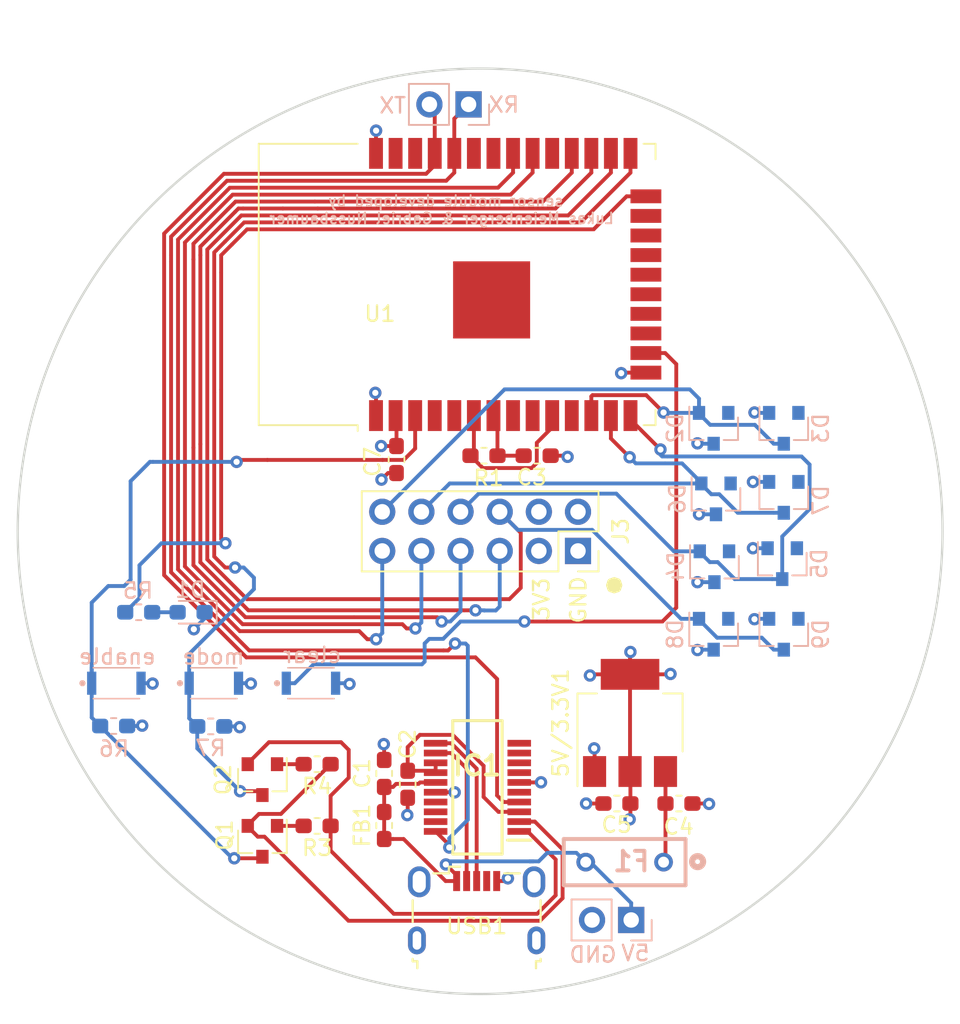
<source format=kicad_pcb>
(kicad_pcb (version 20171130) (host pcbnew "(5.1.4)-1")
  (title_block (title Sensorbaustein) (date 2019-10-19) (rev 1.7))
  (layers (0 F.Cu signal) (1 In1.Cu power hide) (2 In2.Cu power hide) (31 B.Cu signal) (34 B.Paste user) (35 F.Paste user) (36 B.SilkS user) (37 F.SilkS user) (38 B.Mask user) (39 F.Mask user) (44 Edge.Cuts user))
  (net 0 "")
  (net 1 +3V3)
  (net 2 VBUS)
  (net 3 D-)
  (net 4 D+)
  (net 5 GPIO_15)
  (net 6 GPIO_2)
  (net 7 CHIP_PU)
  (net 8 RTS)
  (net 9 "Net-(Q1-Pad1)")
  (net 10 "Net-(Q2-Pad1)")
  (net 11 DTR)
  (net 12 GPIO_0)
  (net 13 SysReset)
  (net 14 "Net-(USB1-Pad4)")
  (net 15 LED1)
  (net 16 LED2)
  (net 17 touch1)
  (net 18 touch2)
  (net 19 touch3)
  (net 20 touch4)
  (net 21 LED4)
  (net 22 LED3)
  (net 23 /5V_2)
  (net 24 ntc)
  (net 25 "Net-(D1-Pad2)")
  (net 26 "Net-(U1-Pad37)")
  (net 27 "Net-(U1-Pad36)")
  (net 28 "Net-(U1-Pad33)")
  (net 29 "Net-(U1-Pad32)")
  (net 30 "Net-(U1-Pad29)")
  (net 31 "Net-(U1-Pad22)")
  (net 32 "Net-(U1-Pad21)")
  (net 33 "Net-(U1-Pad20)")
  (net 34 "Net-(U1-Pad19)")
  (net 35 "Net-(U1-Pad18)")
  (net 36 "Net-(U1-Pad17)")
  (net 37 "Net-(U1-Pad11)")
  (net 38 "Net-(U1-Pad5)")
  (net 39 "Net-(U1-Pad4)")
  (net 40 GND)
  (net 41 FTDI_3.3)
  (net 42 "Net-(IC1-Pad19)")
  (net 43 "Net-(IC1-Pad18)")
  (net 44 "Net-(IC1-Pad17)")
  (net 45 "Net-(IC1-Pad10)")
  (net 46 "Net-(IC1-Pad9)")
  (net 47 "Net-(IC1-Pad8)")
  (net 48 "Net-(IC1-Pad7)")
  (net 49 "Net-(IC1-Pad5)")
  (net 50 ntcf)
  (net 51 ntck)
  (net 52 "Net-(U1-Pad9)")
  (net 53 "Net-(U1-Pad8)")
  (net 54 RX)
  (net 55 TX)
  (module FT231XS-U:SOP64P599X175-20N (layer F.Cu) (at 139.825 121.6 180)
    (fp_text reference IC1 (at 0.025 1.4) (layer F.SilkS) (effects (font (size 1.27 1.27) (thickness 0.254))))
    (fp_text value FT231XS-U hide)
    (pad 20 smd rect (at 2.712 -2.858 270) (size 0.435 1.526) (layers F.Cu F.Paste F.Mask) (net 54 RX))
    (pad 19 smd rect (at 2.712 -2.222 270) (size 0.435 1.526) (layers F.Cu F.Paste F.Mask) (net 42 "Net-(IC1-Pad19)"))
    (pad 18 smd rect (at 2.712 -1.588 270) (size 0.435 1.526) (layers F.Cu F.Paste F.Mask) (net 43 "Net-(IC1-Pad18)"))
    (pad 17 smd rect (at 2.712 -0.952 270) (size 0.435 1.526) (layers F.Cu F.Paste F.Mask) (net 44 "Net-(IC1-Pad17)"))
    (pad 16 smd rect (at 2.712 -0.318 270) (size 0.435 1.526) (layers F.Cu F.Paste F.Mask) (net 40 GND))
    (pad 15 smd rect (at 2.712 0.318 270) (size 0.435 1.526) (layers F.Cu F.Paste F.Mask) (net 2 VBUS))
    (pad 14 smd rect (at 2.712 0.952 270) (size 0.435 1.526) (layers F.Cu F.Paste F.Mask) (net 41 FTDI_3.3))
    (pad 13 smd rect (at 2.712 1.588 270) (size 0.435 1.526) (layers F.Cu F.Paste F.Mask) (net 41 FTDI_3.3))
    (pad 12 smd rect (at 2.712 2.222 270) (size 0.435 1.526) (layers F.Cu F.Paste F.Mask) (net 3 D-))
    (pad 11 smd rect (at 2.712 2.858 270) (size 0.435 1.526) (layers F.Cu F.Paste F.Mask) (net 4 D+))
    (pad 10 smd rect (at -2.712 2.858 270) (size 0.435 1.526) (layers F.Cu F.Paste F.Mask) (net 45 "Net-(IC1-Pad10)"))
    (pad 9 smd rect (at -2.712 2.222 270) (size 0.435 1.526) (layers F.Cu F.Paste F.Mask) (net 46 "Net-(IC1-Pad9)"))
    (pad 8 smd rect (at -2.712 1.588 270) (size 0.435 1.526) (layers F.Cu F.Paste F.Mask) (net 47 "Net-(IC1-Pad8)"))
    (pad 7 smd rect (at -2.712 0.952 270) (size 0.435 1.526) (layers F.Cu F.Paste F.Mask) (net 48 "Net-(IC1-Pad7)"))
    (pad 6 smd rect (at -2.712 0.318 270) (size 0.435 1.526) (layers F.Cu F.Paste F.Mask) (net 40 GND))
    (pad 5 smd rect (at -2.712 -0.318 270) (size 0.435 1.526) (layers F.Cu F.Paste F.Mask) (net 49 "Net-(IC1-Pad5)"))
    (pad 4 smd rect (at -2.712 -0.952 270) (size 0.435 1.526) (layers F.Cu F.Paste F.Mask) (net 55 TX))
    (pad 3 smd rect (at -2.712 -1.588 270) (size 0.435 1.526) (layers F.Cu F.Paste F.Mask) (net 41 FTDI_3.3))
    (pad 2 smd rect (at -2.712 -2.222 270) (size 0.435 1.526) (layers F.Cu F.Paste F.Mask) (net 8 RTS))
    (pad 1 smd rect (at -2.712 -2.858 270) (size 0.435 1.526) (layers F.Cu F.Paste F.Mask) (net 11 DTR))
  )
  (module LED_SMD:LED_0603_1608Metric_Pad1.05x0.95mm_HandSolder (layer B.Cu) (at 121.25 110.25 180)
    (fp_text reference D1 (at 0.05 1.45) (layer B.SilkS) (effects (justify mirror)))
    (fp_text value 150060BS55040)
    (pad 1 smd roundrect (at -0.875 0 180) (size 1.05 0.95) (layers B.Cu B.Paste B.Mask) (net 40 GND))
    (pad 2 smd roundrect (at 0.875 0 180) (size 1.05 0.95) (layers B.Cu B.Paste B.Mask) (net 25 "Net-(D1-Pad2)"))
  )
  (module Resistor_SMD:R_0603_1608Metric_Pad1.05x0.95mm_HandSolder (layer B.Cu) (at 117.85 110.25 180)
    (fp_text reference R5 (at 0.05 1.4) (layer B.SilkS) (effects (justify mirror)))
    (fp_text value 220)
    (pad 1 smd roundrect (at -0.875 0 180) (size 1.05 0.95) (layers B.Cu B.Paste B.Mask) (net 25 "Net-(D1-Pad2)"))
    (pad 2 smd roundrect (at 0.875 0 180) (size 1.05 0.95) (layers B.Cu B.Paste B.Mask) (net 6 GPIO_2))
  )
  (module Connector_USB:USB_Micro-B_Wuerth_629105150521 (layer F.Cu) (at 139.775 129.575)
    (fp_text reference USB1 (at 0 1.025 180) (layer F.SilkS))
    (fp_text value USB_B_Micro)
    (pad 1 smd rect (at -1.3 -1.9) (size 0.45 1.3) (layers F.Cu F.Paste F.Mask) (net 2 VBUS))
    (pad 2 smd rect (at -0.65 -1.9) (size 0.45 1.3) (layers F.Cu F.Paste F.Mask) (net 3 D-))
    (pad 3 smd rect (at 0 -1.9) (size 0.45 1.3) (layers F.Cu F.Paste F.Mask) (net 4 D+))
    (pad 4 smd rect (at 0.65 -1.9) (size 0.45 1.3) (layers F.Cu F.Paste F.Mask) (net 14 "Net-(USB1-Pad4)"))
    (pad 5 smd rect (at 1.3 -1.9) (size 0.45 1.3) (layers F.Cu F.Paste F.Mask) (net 40 GND))
    (pad 6 thru_hole oval (at -3.725 -1.85) (size 1.45 2) (drill oval 0.85 1.4) (layers *.Cu *.Mask) (net 40 GND))
    (pad 6 thru_hole oval (at 3.725 -1.85) (size 1.45 2) (drill oval 0.85 1.4) (layers *.Cu *.Mask) (net 40 GND))
    (pad 6 thru_hole oval (at -3.875 1.95) (size 1.15 1.8) (drill oval 0.55 1.2) (layers *.Cu *.Mask) (net 40 GND))
    (pad 6 thru_hole oval (at 3.875 1.95) (size 1.15 1.8) (drill oval 0.55 1.2) (layers *.Cu *.Mask) (net 40 GND))
    (pad "" np_thru_hole oval (at -2.5 -0.8) (size 0.8 0.8) (drill 0.8) (layers *.Cu *.Mask))
    (pad "" np_thru_hole oval (at 2.5 -0.8) (size 0.8 0.8) (drill 0.8) (layers *.Cu *.Mask))
  )
  (module Resistor_SMD:R_0603_1608Metric_Pad1.05x0.95mm_HandSolder (layer F.Cu) (at 140.25 100.1)
    (fp_text reference R1 (at 0.3 1.45) (layer F.SilkS))
    (fp_text value 100k)
    (pad 1 smd roundrect (at -0.875 0) (size 1.05 0.95) (layers F.Cu F.Paste F.Mask) (net 51 ntck))
    (pad 2 smd roundrect (at 0.875 0) (size 1.05 0.95) (layers F.Cu F.Paste F.Mask) (net 24 ntc))
  )
  (module RF_Module:ESP32-WROOM-32 (layer F.Cu) (at 141.5 89 90)
    (fp_text reference U1 (at -1.9 -8) (layer F.SilkS))
    (fp_text value ESP32-WROOM-32)
    (pad 38 smd rect (at 8.5 -8.255 90) (size 2 0.9) (layers F.Cu F.Paste F.Mask) (net 40 GND))
    (pad 37 smd rect (at 8.5 -6.985 90) (size 2 0.9) (layers F.Cu F.Paste F.Mask) (net 26 "Net-(U1-Pad37)"))
    (pad 36 smd rect (at 8.5 -5.715 90) (size 2 0.9) (layers F.Cu F.Paste F.Mask) (net 27 "Net-(U1-Pad36)"))
    (pad 35 smd rect (at 8.5 -4.445 90) (size 2 0.9) (layers F.Cu F.Paste F.Mask) (net 55 TX))
    (pad 34 smd rect (at 8.5 -3.175 90) (size 2 0.9) (layers F.Cu F.Paste F.Mask) (net 54 RX))
    (pad 33 smd rect (at 8.5 -1.905 90) (size 2 0.9) (layers F.Cu F.Paste F.Mask) (net 28 "Net-(U1-Pad33)"))
    (pad 32 smd rect (at 8.5 -0.635 90) (size 2 0.9) (layers F.Cu F.Paste F.Mask) (net 29 "Net-(U1-Pad32)"))
    (pad 31 smd rect (at 8.5 0.635 90) (size 2 0.9) (layers F.Cu F.Paste F.Mask) (net 21 LED4))
    (pad 30 smd rect (at 8.5 1.905 90) (size 2 0.9) (layers F.Cu F.Paste F.Mask) (net 22 LED3))
    (pad 29 smd rect (at 8.5 3.175 90) (size 2 0.9) (layers F.Cu F.Paste F.Mask) (net 30 "Net-(U1-Pad29)"))
    (pad 28 smd rect (at 8.5 4.445 90) (size 2 0.9) (layers F.Cu F.Paste F.Mask) (net 16 LED2))
    (pad 27 smd rect (at 8.5 5.715 90) (size 2 0.9) (layers F.Cu F.Paste F.Mask) (net 15 LED1))
    (pad 26 smd rect (at 8.5 6.985 90) (size 2 0.9) (layers F.Cu F.Paste F.Mask) (net 17 touch1))
    (pad 25 smd rect (at 8.5 8.255 90) (size 2 0.9) (layers F.Cu F.Paste F.Mask) (net 12 GPIO_0))
    (pad 24 smd rect (at 5.715 9.255 180) (size 2 0.9) (layers F.Cu F.Paste F.Mask) (net 6 GPIO_2))
    (pad 23 smd rect (at 4.445 9.255 180) (size 2 0.9) (layers F.Cu F.Paste F.Mask) (net 5 GPIO_15))
    (pad 22 smd rect (at 3.175 9.255 180) (size 2 0.9) (layers F.Cu F.Paste F.Mask) (net 31 "Net-(U1-Pad22)"))
    (pad 21 smd rect (at 1.905 9.255 180) (size 2 0.9) (layers F.Cu F.Paste F.Mask) (net 32 "Net-(U1-Pad21)"))
    (pad 20 smd rect (at 0.635 9.255 180) (size 2 0.9) (layers F.Cu F.Paste F.Mask) (net 33 "Net-(U1-Pad20)"))
    (pad 19 smd rect (at -0.635 9.255 180) (size 2 0.9) (layers F.Cu F.Paste F.Mask) (net 34 "Net-(U1-Pad19)"))
    (pad 18 smd rect (at -1.905 9.255 180) (size 2 0.9) (layers F.Cu F.Paste F.Mask) (net 35 "Net-(U1-Pad18)"))
    (pad 17 smd rect (at -3.175 9.255 180) (size 2 0.9) (layers F.Cu F.Paste F.Mask) (net 36 "Net-(U1-Pad17)"))
    (pad 16 smd rect (at -4.445 9.255 180) (size 2 0.9) (layers F.Cu F.Paste F.Mask) (net 13 SysReset))
    (pad 15 smd rect (at -5.715 9.255 180) (size 2 0.9) (layers F.Cu F.Paste F.Mask) (net 40 GND))
    (pad 14 smd rect (at -8.5 8.255 90) (size 2 0.9) (layers F.Cu F.Paste F.Mask) (net 18 touch2))
    (pad 13 smd rect (at -8.5 6.985 90) (size 2 0.9) (layers F.Cu F.Paste F.Mask) (net 19 touch3))
    (pad 12 smd rect (at -8.5 5.715 90) (size 2 0.9) (layers F.Cu F.Paste F.Mask) (net 20 touch4))
    (pad 11 smd rect (at -8.5 4.445 90) (size 2 0.9) (layers F.Cu F.Paste F.Mask) (net 37 "Net-(U1-Pad11)"))
    (pad 10 smd rect (at -8.5 3.175 90) (size 2 0.9) (layers F.Cu F.Paste F.Mask) (net 51 ntck))
    (pad 9 smd rect (at -8.5 1.905 90) (size 2 0.9) (layers F.Cu F.Paste F.Mask) (net 52 "Net-(U1-Pad9)"))
    (pad 8 smd rect (at -8.5 0.635 90) (size 2 0.9) (layers F.Cu F.Paste F.Mask) (net 53 "Net-(U1-Pad8)"))
    (pad 7 smd rect (at -8.5 -0.635 90) (size 2 0.9) (layers F.Cu F.Paste F.Mask) (net 24 ntc))
    (pad 6 smd rect (at -8.5 -1.905 90) (size 2 0.9) (layers F.Cu F.Paste F.Mask) (net 51 ntck))
    (pad 5 smd rect (at -8.5 -3.175 90) (size 2 0.9) (layers F.Cu F.Paste F.Mask) (net 38 "Net-(U1-Pad5)"))
    (pad 4 smd rect (at -8.5 -4.445 90) (size 2 0.9) (layers F.Cu F.Paste F.Mask) (net 39 "Net-(U1-Pad4)"))
    (pad 3 smd rect (at -8.5 -5.715 90) (size 2 0.9) (layers F.Cu F.Paste F.Mask) (net 7 CHIP_PU))
    (pad 2 smd rect (at -8.5 -6.985 90) (size 2 0.9) (layers F.Cu F.Paste F.Mask) (net 1 +3V3))
    (pad 1 smd rect (at -8.5 -8.255 90) (size 2 0.9) (layers F.Cu F.Paste F.Mask) (net 40 GND))
    (pad 39 smd rect (at -1 -0.755 90) (size 5 5) (layers F.Cu F.Paste F.Mask))
  )
  (module Package_TO_SOT_SMD:SOT-23 (layer F.Cu) (at 125.875 125.1 270)
    (fp_text reference Q1 (at -0.4 2.45 90) (layer F.SilkS))
    (fp_text value MMBT2222ALT1G)
    (pad 1 smd rect (at -1 -0.95 270) (size 0.9 0.8) (layers F.Cu F.Paste F.Mask) (net 9 "Net-(Q1-Pad1)"))
    (pad 2 smd rect (at -1 0.95 270) (size 0.9 0.8) (layers F.Cu F.Paste F.Mask) (net 8 RTS))
    (pad 3 smd rect (at 1 0 270) (size 0.9 0.8) (layers F.Cu F.Paste F.Mask) (net 7 CHIP_PU))
  )
  (module Package_TO_SOT_SMD:SOT-23 (layer F.Cu) (at 125.875 121.1 270)
    (fp_text reference Q2 (at 0 2.55 90) (layer F.SilkS))
    (fp_text value MMBT2222ALT1G)
    (pad 1 smd rect (at -1 -0.95 270) (size 0.9 0.8) (layers F.Cu F.Paste F.Mask) (net 10 "Net-(Q2-Pad1)"))
    (pad 2 smd rect (at -1 0.95 270) (size 0.9 0.8) (layers F.Cu F.Paste F.Mask) (net 11 DTR))
    (pad 3 smd rect (at 1 0 270) (size 0.9 0.8) (layers F.Cu F.Paste F.Mask) (net 12 GPIO_0))
  )
  (module Resistor_SMD:R_0603_1608Metric_Pad1.05x0.95mm_HandSolder (layer F.Cu) (at 129.425 124.1 180)
    (fp_text reference R3 (at 0 -1.43) (layer F.SilkS))
    (fp_text value 10k)
    (pad 1 smd roundrect (at -0.875 0 180) (size 1.05 0.95) (layers F.Cu F.Paste F.Mask) (net 11 DTR))
    (pad 2 smd roundrect (at 0.875 0 180) (size 1.05 0.95) (layers F.Cu F.Paste F.Mask) (net 9 "Net-(Q1-Pad1)"))
  )
  (module Resistor_SMD:R_0603_1608Metric_Pad1.05x0.95mm_HandSolder (layer F.Cu) (at 129.425 120.1 180)
    (fp_text reference R4 (at 0 -1.43) (layer F.SilkS))
    (fp_text value 10k)
    (pad 2 smd roundrect (at 0.875 0 180) (size 1.05 0.95) (layers F.Cu F.Paste F.Mask) (net 10 "Net-(Q2-Pad1)"))
    (pad 1 smd roundrect (at -0.875 0 180) (size 1.05 0.95) (layers F.Cu F.Paste F.Mask) (net 8 RTS))
  )
  (module Resistor_SMD:R_0603_1608Metric_Pad1.05x0.95mm_HandSolder (layer B.Cu) (at 116.225 117.625 180)
    (fp_text reference R6 (at -0.018019 -1.476372) (layer B.SilkS) (effects (justify mirror)))
    (fp_text value 10k)
    (pad 2 smd roundrect (at 0.875 0 180) (size 1.05 0.95) (layers B.Cu B.Paste B.Mask) (net 7 CHIP_PU))
    (pad 1 smd roundrect (at -0.875 0 180) (size 1.05 0.95) (layers B.Cu B.Paste B.Mask) (net 1 +3V3))
  )
  (module Resistor_SMD:R_0603_1608Metric_Pad1.05x0.95mm_HandSolder (layer B.Cu) (at 122.525 117.65 180)
    (fp_text reference R7 (at 0.023026 -1.407142) (layer B.SilkS) (effects (justify mirror)))
    (fp_text value 10k)
    (pad 2 smd roundrect (at 0.875 0 180) (size 1.05 0.95) (layers B.Cu B.Paste B.Mask) (net 12 GPIO_0))
    (pad 1 smd roundrect (at -0.875 0 180) (size 1.05 0.95) (layers B.Cu B.Paste B.Mask) (net 1 +3V3))
  )
  (module Capacitor_SMD:C_0603_1608Metric_Pad1.05x0.95mm_HandSolder (layer F.Cu) (at 134.575 100.35 270)
    (fp_text reference C7 (at 0.141421 1.555635 90) (layer F.SilkS))
    (fp_text value 10uF)
    (pad 2 smd roundrect (at 0.875 0 270) (size 1.05 0.95) (layers F.Cu F.Paste F.Mask) (net 40 GND))
    (pad 1 smd roundrect (at -0.875 0 270) (size 1.05 0.95) (layers F.Cu F.Paste F.Mask) (net 1 +3V3))
  )
  (module Capacitor_SMD:C_0603_1608Metric_Pad1.05x0.95mm_HandSolder (layer F.Cu) (at 135.3 121.4 270)
    (fp_text reference C2 (at -2.6 0 90) (layer F.SilkS))
    (fp_text value 100nF)
    (pad 1 smd roundrect (at -0.875 0 270) (size 1.05 0.95) (layers F.Cu F.Paste F.Mask) (net 41 FTDI_3.3))
    (pad 2 smd roundrect (at 0.875 0 270) (size 1.05 0.95) (layers F.Cu F.Paste F.Mask) (net 40 GND))
  )
  (module Connector_PinHeader_2.54mm:PinHeader_1x02_P2.54mm_Vertical (layer B.Cu) (at 149.8 130.2 90)
    (fp_text reference J1 hide)
    (fp_text value Conn_01x02_Male)
    (pad 1 thru_hole rect (at 0 0 90) (size 1.7 1.7) (drill 1) (layers *.Cu *.Mask) (net 2 VBUS))
    (pad 2 thru_hole oval (at 0 -2.54 90) (size 1.7 1.7) (drill 1) (layers *.Cu *.Mask) (net 40 GND))
  )
  (module Capacitor_SMD:C_0603_1608Metric_Pad1.05x0.95mm_HandSolder (layer F.Cu) (at 152.9 122.65)
    (fp_text reference C4 (at -0.025 1.5) (layer F.SilkS))
    (fp_text value 10uF)
    (pad 2 smd roundrect (at 0.875 0) (size 1.05 0.95) (layers F.Cu F.Paste F.Mask) (net 40 GND))
    (pad 1 smd roundrect (at -0.875 0) (size 1.05 0.95) (layers F.Cu F.Paste F.Mask) (net 23 /5V_2))
  )
  (module Capacitor_SMD:C_0603_1608Metric_Pad1.05x0.95mm_HandSolder (layer F.Cu) (at 148.875 122.65 180)
    (fp_text reference C5 (at 0.025 -1.375) (layer F.SilkS))
    (fp_text value 10uF)
    (pad 1 smd roundrect (at -0.875 0 180) (size 1.05 0.95) (layers F.Cu F.Paste F.Mask) (net 1 +3V3))
    (pad 2 smd roundrect (at 0.875 0 180) (size 1.05 0.95) (layers F.Cu F.Paste F.Mask) (net 40 GND))
  )
  (module Package_TO_SOT_SMD:SOT-223-3_TabPin2 (layer F.Cu) (at 149.725 117.425 90)
    (fp_text reference 5V/3.3V1 (at 0 -4.5 90) (layer F.SilkS))
    (fp_text value AZ1117EH-3.3TRG1)
    (pad 2 smd rect (at 3.15 0 90) (size 2 3.8) (layers F.Cu F.Paste F.Mask) (net 1 +3V3))
    (pad 2 smd rect (at -3.15 0 90) (size 2 1.5) (layers F.Cu F.Paste F.Mask) (net 1 +3V3))
    (pad 3 smd rect (at -3.15 2.3 90) (size 2 1.5) (layers F.Cu F.Paste F.Mask) (net 23 /5V_2))
    (pad 1 smd rect (at -3.15 -2.3 90) (size 2 1.5) (layers F.Cu F.Paste F.Mask) (net 40 GND))
  )
  (module Capacitor_SMD:C_0603_1608Metric_Pad1.05x0.95mm_HandSolder (layer F.Cu) (at 143.7 100.1)
    (fp_text reference C3 (at -0.35 1.4) (layer F.SilkS))
    (fp_text value 1uF)
    (pad 1 smd roundrect (at -0.875 0) (size 1.05 0.95) (layers F.Cu F.Paste F.Mask) (net 24 ntc))
    (pad 2 smd roundrect (at 0.875 0) (size 1.05 0.95) (layers F.Cu F.Paste F.Mask) (net 40 GND))
  )
  (module RXEF050:RXEF050 (layer B.Cu) (at 149.375 126.45 180)
    (fp_text reference F1 (at -0.43163 0.03882) (layer B.SilkS) (effects (font (size 1.27 1.27) (thickness 0.254)) (justify mirror)))
    (fp_text value RXEF065 hide)
    (pad 2 thru_hole circle (at 2.525 0 180) (size 1.21 1.21) (drill 0.71) (layers *.Cu *.Mask) (net 2 VBUS))
    (pad 1 thru_hole circle (at -2.525 0 180) (size 1.21 1.21) (drill 0.71) (layers *.Cu *.Mask) (net 23 /5V_2))
  )
  (module Connector_PinSocket_2.54mm:PinSocket_2x06_P2.54mm_Vertical (layer F.Cu) (at 146.35 106.275 270)
    (fp_text reference J3 (at -1.27 -2.77 90) (layer F.SilkS))
    (fp_text value Conn_02x06_Odd_Even)
    (pad 12 thru_hole oval (at -2.54 12.7 270) (size 1.7 1.7) (drill 1) (layers *.Cu *.Mask) (net 20 touch4))
    (pad 11 thru_hole oval (at 0 12.7 270) (size 1.7 1.7) (drill 1) (layers *.Cu *.Mask) (net 21 LED4))
    (pad 10 thru_hole oval (at -2.54 10.16 270) (size 1.7 1.7) (drill 1) (layers *.Cu *.Mask) (net 19 touch3))
    (pad 9 thru_hole oval (at 0 10.16 270) (size 1.7 1.7) (drill 1) (layers *.Cu *.Mask) (net 22 LED3))
    (pad 8 thru_hole oval (at -2.54 7.62 270) (size 1.7 1.7) (drill 1) (layers *.Cu *.Mask) (net 18 touch2))
    (pad 7 thru_hole oval (at 0 7.62 270) (size 1.7 1.7) (drill 1) (layers *.Cu *.Mask) (net 16 LED2))
    (pad 6 thru_hole oval (at -2.54 5.08 270) (size 1.7 1.7) (drill 1) (layers *.Cu *.Mask) (net 17 touch1))
    (pad 5 thru_hole oval (at 0 5.08 270) (size 1.7 1.7) (drill 1) (layers *.Cu *.Mask) (net 15 LED1))
    (pad 4 thru_hole oval (at -2.54 2.54 270) (size 1.7 1.7) (drill 1) (layers *.Cu *.Mask) (net 50 ntcf))
    (pad 3 thru_hole oval (at 0 2.54 270) (size 1.7 1.7) (drill 1) (layers *.Cu *.Mask) (net 1 +3V3))
    (pad 2 thru_hole oval (at -2.54 0 270) (size 1.7 1.7) (drill 1) (layers *.Cu *.Mask) (net 40 GND))
    (pad 1 thru_hole rect (at 0 0 270) (size 1.7 1.7) (drill 1) (layers *.Cu *.Mask) (net 40 GND))
  )
  (module TL3780AF100QG:TL3750AF240QG (layer B.Cu) (at 129.025 114.85)
    (fp_text reference SW1 hide)
    (fp_text value TL3780AF100QG hide)
    (pad 1 smd rect (at -1.6 0) (size 0.6 1.5) (layers B.Cu B.Paste B.Mask) (net 13 SysReset))
    (pad 2 smd rect (at 1.6 0) (size 0.6 1.5) (layers B.Cu B.Paste B.Mask) (net 40 GND))
  )
  (module TL3780AF100QG:TL3750AF240QG (layer B.Cu) (at 116.4 114.85)
    (fp_text reference SW2 hide)
    (fp_text value TL3780AF100QG hide)
    (pad 2 smd rect (at 1.6 0) (size 0.6 1.5) (layers B.Cu B.Paste B.Mask) (net 40 GND))
    (pad 1 smd rect (at -1.6 0) (size 0.6 1.5) (layers B.Cu B.Paste B.Mask) (net 7 CHIP_PU))
  )
  (module TL3780AF100QG:TL3750AF240QG (layer B.Cu) (at 122.725 114.85)
    (fp_text reference SW3 hide)
    (fp_text value TL3780AF100QG hide)
    (pad 2 smd rect (at 1.6 0) (size 0.6 1.5) (layers B.Cu B.Paste B.Mask) (net 40 GND))
    (pad 1 smd rect (at -1.6 0) (size 0.6 1.5) (layers B.Cu B.Paste B.Mask) (net 12 GPIO_0))
  )
  (module MountingHole:MountingHole_3.2mm_M3_ISO14580 (layer F.Cu) (at 114 105)
    (fp_text reference H1 hide)
    (fp_text value MountingHole)
    (pad 1 np_thru_hole circle (at 0 0) (size 3.2 3.2) (drill 3.2) (layers *.Cu *.Mask))
  )
  (module MountingHole:MountingHole_3.2mm_M3_ISO14580 (layer F.Cu) (at 166 105)
    (fp_text reference H2 hide)
    (fp_text value MountingHole)
    (pad 1 np_thru_hole circle (at 0 0) (size 3.2 3.2) (drill 3.2) (layers *.Cu *.Mask))
  )
  (module Capacitor_SMD:C_0603_1608Metric_Pad1.05x0.95mm_HandSolder (layer F.Cu) (at 133.775 120.7 90)
    (fp_text reference C1 (at 0 -1.43 90) (layer F.SilkS))
    (fp_text value 10uF)
    (pad 1 smd roundrect (at -0.875 0 90) (size 1.05 0.95) (layers F.Cu F.Paste F.Mask) (net 2 VBUS))
    (pad 2 smd roundrect (at 0.875 0 90) (size 1.05 0.95) (layers F.Cu F.Paste F.Mask) (net 40 GND))
  )
  (module Resistor_SMD:R_0603_1608Metric_Pad1.05x0.95mm_HandSolder (layer F.Cu) (at 133.775 124.075 90)
    (fp_text reference FB1 (at 0 -1.43 90) (layer F.SilkS))
    (fp_text value Ferrite_Bead)
    (pad 1 smd roundrect (at -0.875 0 90) (size 1.05 0.95) (layers F.Cu F.Paste F.Mask) (net 2 VBUS))
    (pad 2 smd roundrect (at 0.875 0 90) (size 1.05 0.95) (layers F.Cu F.Paste F.Mask) (net 2 VBUS))
  )
  (module Connector_PinHeader_2.54mm:PinHeader_1x02_P2.54mm_Vertical (layer B.Cu) (at 139.25 77.325 90)
    (fp_text reference J2 hide)
    (fp_text value Conn_01x02_Male)
    (pad 1 thru_hole rect (at 0 0 90) (size 1.7 1.7) (drill 1) (layers *.Cu *.Mask) (net 54 RX))
    (pad 2 thru_hole oval (at 0 -2.54 90) (size 1.7 1.7) (drill 1) (layers *.Cu *.Mask) (net 55 TX))
  )
  (module Diode_SMD:D_SOT-23_ANK (layer B.Cu) (at 155.150001 98.325001 270)
    (fp_text reference D2 (at 0 2.5 270) (layer B.SilkS) (effects (justify mirror)))
    (fp_text value D_Schottky)
    (pad 2 smd rect (at -1 0.95 270) (size 0.9 0.8) (layers B.Cu B.Paste B.Mask) (net 20 touch4))
    (pad "" smd rect (at -1 -0.95 270) (size 0.9 0.8) (layers B.Cu B.Paste B.Mask))
    (pad 1 smd rect (at 1 0 270) (size 0.9 0.8) (layers B.Cu B.Paste B.Mask) (net 1 +3V3))
  )
  (module Diode_SMD:D_SOT-23_ANK (layer B.Cu) (at 159.700001 98.325001 270)
    (fp_text reference D3 (at 0 -2.399999 270) (layer B.SilkS) (effects (justify mirror)))
    (fp_text value D_Schottky)
    (pad 1 smd rect (at 1 0 270) (size 0.9 0.8) (layers B.Cu B.Paste B.Mask) (net 20 touch4))
    (pad "" smd rect (at -1 -0.95 270) (size 0.9 0.8) (layers B.Cu B.Paste B.Mask))
    (pad 2 smd rect (at -1 0.95 270) (size 0.9 0.8) (layers B.Cu B.Paste B.Mask) (net 40 GND))
  )
  (module Diode_SMD:D_SOT-23_ANK (layer B.Cu) (at 155.2 107.3 270)
    (fp_text reference D4 (at 0 2.5 270) (layer B.SilkS) (effects (justify mirror)))
    (fp_text value D_Schottky)
    (pad 2 smd rect (at -1 0.95 270) (size 0.9 0.8) (layers B.Cu B.Paste B.Mask) (net 18 touch2))
    (pad "" smd rect (at -1 -0.95 270) (size 0.9 0.8) (layers B.Cu B.Paste B.Mask))
    (pad 1 smd rect (at 1 0 270) (size 0.9 0.8) (layers B.Cu B.Paste B.Mask) (net 1 +3V3))
  )
  (module Diode_SMD:D_SOT-23_ANK (layer B.Cu) (at 159.6 107.1 270)
    (fp_text reference D5 (at 0 -2.4 270) (layer B.SilkS) (effects (justify mirror)))
    (fp_text value D_Schottky)
    (pad 1 smd rect (at 1 0 270) (size 0.9 0.8) (layers B.Cu B.Paste B.Mask) (net 18 touch2))
    (pad "" smd rect (at -1 -0.95 270) (size 0.9 0.8) (layers B.Cu B.Paste B.Mask))
    (pad 2 smd rect (at -1 0.95 270) (size 0.9 0.8) (layers B.Cu B.Paste B.Mask) (net 40 GND))
  )
  (module Diode_SMD:D_SOT-23_ANK (layer B.Cu) (at 155.3 102.9 270)
    (fp_text reference D6 (at 0 2.5 270) (layer B.SilkS) (effects (justify mirror)))
    (fp_text value D_Schottky)
    (pad 2 smd rect (at -1 0.95 270) (size 0.9 0.8) (layers B.Cu B.Paste B.Mask) (net 19 touch3))
    (pad "" smd rect (at -1 -0.95 270) (size 0.9 0.8) (layers B.Cu B.Paste B.Mask))
    (pad 1 smd rect (at 1 0 270) (size 0.9 0.8) (layers B.Cu B.Paste B.Mask) (net 1 +3V3))
  )
  (module Diode_SMD:D_SOT-23_ANK (layer B.Cu) (at 159.700001 102.8 270)
    (fp_text reference D7 (at 0.2 -2.399999 270) (layer B.SilkS) (effects (justify mirror)))
    (fp_text value D_Schottky)
    (pad 1 smd rect (at 1 0 270) (size 0.9 0.8) (layers B.Cu B.Paste B.Mask) (net 19 touch3))
    (pad "" smd rect (at -1 -0.95 270) (size 0.9 0.8) (layers B.Cu B.Paste B.Mask))
    (pad 2 smd rect (at -1 0.95 270) (size 0.9 0.8) (layers B.Cu B.Paste B.Mask) (net 40 GND))
  )
  (module Diode_SMD:D_SOT-23_ANK (layer B.Cu) (at 155.150001 111.675001 270)
    (fp_text reference D8 (at 0 2.5 270) (layer B.SilkS) (effects (justify mirror)))
    (fp_text value D_Schottky)
    (pad 2 smd rect (at -1 0.95 270) (size 0.9 0.8) (layers B.Cu B.Paste B.Mask) (net 17 touch1))
    (pad "" smd rect (at -1 -0.95 270) (size 0.9 0.8) (layers B.Cu B.Paste B.Mask))
    (pad 1 smd rect (at 1 0 270) (size 0.9 0.8) (layers B.Cu B.Paste B.Mask) (net 1 +3V3))
  )
  (module Diode_SMD:D_SOT-23_ANK (layer B.Cu) (at 159.700001 111.675001 270)
    (fp_text reference D9 (at 0 -2.399999 270) (layer B.SilkS) (effects (justify mirror)))
    (fp_text value D_Schottky)
    (pad 1 smd rect (at 1 0 270) (size 0.9 0.8) (layers B.Cu B.Paste B.Mask) (net 17 touch1))
    (pad "" smd rect (at -1 -0.95 270) (size 0.9 0.8) (layers B.Cu B.Paste B.Mask))
    (pad 2 smd rect (at -1 0.95 270) (size 0.9 0.8) (layers B.Cu B.Paste B.Mask) (net 40 GND))
  )
  (gr_text TX (at 134.325 77.4) (layer B.SilkS) (effects (font (size 1 1)) (justify mirror)))
  (gr_text RX (at 141.55 77.35) (layer B.SilkS) (effects (font (size 1 1)) (justify mirror)))
  (gr_text clear (at 129.1 113.025) (layer B.SilkS) (effects (font (size 1 1)) (justify mirror)))
  (gr_text "sensor module developed by \nLukas Meienberger & Gabriel Nussbaumer" (at 137.5 84.15) (layer B.SilkS) (effects (font (size 0.7 0.7) (thickness 0.125)) (justify mirror)))
  (gr_text mode (at 122.7 113.125) (layer B.SilkS) (effects (font (size 1 1)) (justify mirror)))
  (gr_text enable (at 116.45 113.125) (layer B.SilkS) (effects (font (size 1 1)) (justify mirror)))
  (gr_text ° (at 149.275 109.075 45) (layer F.SilkS) (effects (font (size 2 2) (thickness 0.5))))
  (gr_text 3V3 (at 143.975 109.4 90) (layer F.SilkS) (effects (font (size 1 1))))
  (gr_text GND (at 146.375 109.45 90) (layer F.SilkS) (effects (font (size 1 1))))
  (gr_text GND (at 147.325 132.45) (layer B.SilkS) (effects (font (size 1 1)) (justify mirror)))
  (gr_text 5V (at 150.075 132.35) (layer B.SilkS) (effects (font (size 1 1)) (justify mirror)))
  (gr_circle (center 140 105) (end 170 105) (layer Edge.Cuts) (width 0.15))
  (segment (start 134.575 97.56) (end 134.515 97.5) (width 0.25) (layer F.Cu) (net 1))
  (segment (start 134.575 99.475) (end 134.575 97.56) (width 0.25) (layer F.Cu) (net 1))
  (segment (start 149.75 120.6) (end 149.725 120.575) (width 0.25) (layer F.Cu) (net 1))
  (segment (start 149.75 122.65) (end 149.75 120.6) (width 0.25) (layer F.Cu) (net 1))
  (via (at 118.075 117.6) (size 0.8) (drill 0.4) (layers F.Cu B.Cu) (net 1))
  (segment (start 117.1 117.625) (end 118.05 117.625) (width 0.25) (layer B.Cu) (net 1))
  (segment (start 118.05 117.625) (end 118.075 117.6) (width 0.25) (layer B.Cu) (net 1))
  (via (at 124.4 117.7) (size 0.8) (drill 0.4) (layers F.Cu B.Cu) (net 1))
  (segment (start 123.4 117.65) (end 124.35 117.65) (width 0.25) (layer B.Cu) (net 1))
  (segment (start 124.35 117.65) (end 124.4 117.7) (width 0.25) (layer B.Cu) (net 1))
  (segment (start 134.575 99.475) (end 134.325 99.475) (width 0.25) (layer F.Cu) (net 1))
  (via (at 133.575 99.475) (size 0.8) (drill 0.4) (layers F.Cu B.Cu) (net 1))
  (segment (start 134.575 99.475) (end 133.575 99.475) (width 0.25) (layer F.Cu) (net 1))
  (via (at 149.75 112.825) (size 0.8) (drill 0.4) (layers F.Cu B.Cu) (net 1))
  (segment (start 149.725 114.275) (end 149.725 112.85) (width 0.25) (layer F.Cu) (net 1))
  (segment (start 149.725 112.85) (end 149.75 112.825) (width 0.25) (layer F.Cu) (net 1))
  (via (at 152.35 114.25) (size 0.8) (drill 0.4) (layers F.Cu B.Cu) (net 1))
  (segment (start 149.725 114.275) (end 152.325 114.275) (width 0.25) (layer F.Cu) (net 1))
  (segment (start 152.325 114.275) (end 152.35 114.25) (width 0.25) (layer F.Cu) (net 1))
  (via (at 147.125 114.35) (size 0.8) (drill 0.4) (layers F.Cu B.Cu) (net 1))
  (segment (start 149.725 114.275) (end 147.2 114.275) (width 0.25) (layer F.Cu) (net 1))
  (segment (start 147.2 114.275) (end 147.125 114.35) (width 0.25) (layer F.Cu) (net 1))
  (segment (start 149.725 120.575) (end 149.725 114.275) (width 0.25) (layer F.Cu) (net 1))
  (via (at 149.7 123.675) (size 0.8) (drill 0.4) (layers F.Cu B.Cu) (net 1))
  (segment (start 149.75 122.65) (end 149.75 123.625) (width 0.25) (layer F.Cu) (net 1))
  (segment (start 149.75 123.625) (end 149.7 123.675) (width 0.25) (layer F.Cu) (net 1))
  (via (at 154.1 108.3) (size 0.8) (drill 0.4) (layers F.Cu B.Cu) (net 1))
  (segment (start 155.2 108.3) (end 154.1 108.3) (width 0.25) (layer B.Cu) (net 1))
  (via (at 154.2 103.9) (size 0.8) (drill 0.4) (layers F.Cu B.Cu) (net 1))
  (segment (start 155.3 103.9) (end 154.2 103.9) (width 0.25) (layer B.Cu) (net 1))
  (via (at 154.1 99.3) (size 0.8) (drill 0.4) (layers F.Cu B.Cu) (net 1))
  (segment (start 155.150001 99.325001) (end 154.125001 99.325001) (width 0.25) (layer B.Cu) (net 1))
  (segment (start 154.125001 99.325001) (end 154.1 99.3) (width 0.25) (layer B.Cu) (net 1))
  (via (at 154.1 112.7) (size 0.8) (drill 0.4) (layers F.Cu B.Cu) (net 1))
  (segment (start 155.150001 112.675001) (end 154.124999 112.675001) (width 0.25) (layer B.Cu) (net 1))
  (segment (start 154.124999 112.675001) (end 154.1 112.7) (width 0.25) (layer B.Cu) (net 1))
  (segment (start 134.35 124.95) (end 133.775 124.95) (width 0.25) (layer F.Cu) (net 2))
  (segment (start 135.034938 124.95) (end 134.35 124.95) (width 0.25) (layer F.Cu) (net 2))
  (segment (start 137.759938 127.675) (end 135.034938 124.95) (width 0.25) (layer F.Cu) (net 2))
  (segment (start 138.475 127.675) (end 137.759938 127.675) (width 0.25) (layer F.Cu) (net 2))
  (segment (start 133.775 124.95) (end 133.775 123.2) (width 0.25) (layer F.Cu) (net 2))
  (segment (start 133.775 123.2) (end 133.775 121.575) (width 0.25) (layer F.Cu) (net 2))
  (segment (start 136.1 121.282) (end 137.113 121.282) (width 0.25) (layer F.Cu) (net 2))
  (segment (start 136.00699 121.37501) (end 136.1 121.282) (width 0.25) (layer F.Cu) (net 2))
  (segment (start 134.54999 121.37501) (end 136.00699 121.37501) (width 0.25) (layer F.Cu) (net 2))
  (segment (start 134.35 121.575) (end 134.54999 121.37501) (width 0.25) (layer F.Cu) (net 2))
  (segment (start 133.775 121.575) (end 134.35 121.575) (width 0.25) (layer F.Cu) (net 2))
  (via (at 137.775 126.6) (size 0.8) (drill 0.4) (layers F.Cu B.Cu) (net 2))
  (segment (start 138.475 127.675) (end 138.475 127.3) (width 0.25) (layer F.Cu) (net 2))
  (segment (start 138.475 127.3) (end 137.775 126.6) (width 0.25) (layer F.Cu) (net 2))
  (segment (start 137.925 126.45) (end 137.97501 126.39999) (width 0.25) (layer B.Cu) (net 2))
  (segment (start 137.775 126.6) (end 137.925 126.45) (width 0.25) (layer B.Cu) (net 2))
  (segment (start 146.245001 125.845001) (end 144.354999 125.845001) (width 0.25) (layer B.Cu) (net 2))
  (segment (start 146.85 126.45) (end 146.245001 125.845001) (width 0.25) (layer B.Cu) (net 2))
  (segment (start 143.80001 126.39999) (end 143.22499 126.39999) (width 0.25) (layer B.Cu) (net 2))
  (segment (start 144.354999 125.845001) (end 143.80001 126.39999) (width 0.25) (layer B.Cu) (net 2))
  (segment (start 137.97501 126.39999) (end 143.22499 126.39999) (width 0.25) (layer B.Cu) (net 2))
  (segment (start 143.22499 126.39999) (end 143.45001 126.39999) (width 0.25) (layer B.Cu) (net 2))
  (segment (start 147.15 126.45) (end 146.85 126.45) (width 0.25) (layer B.Cu) (net 2))
  (segment (start 149.8 129.1) (end 147.15 126.45) (width 0.25) (layer B.Cu) (net 2))
  (segment (start 149.8 130.2) (end 149.8 129.1) (width 0.25) (layer B.Cu) (net 2))
  (segment (start 139.125 120.377) (end 139.125 127.675) (width 0.25) (layer F.Cu) (net 3))
  (segment (start 137.113 119.378) (end 138.126 119.378) (width 0.25) (layer F.Cu) (net 3))
  (segment (start 138.126 119.378) (end 139.125 120.377) (width 0.25) (layer F.Cu) (net 3))
  (segment (start 139.775 126.775) (end 139.775 127.675) (width 0.25) (layer F.Cu) (net 4))
  (segment (start 139.775 120.39059) (end 139.775 126.775) (width 0.25) (layer F.Cu) (net 4))
  (segment (start 138.12641 118.742) (end 139.775 120.39059) (width 0.25) (layer F.Cu) (net 4))
  (segment (start 137.113 118.742) (end 138.12641 118.742) (width 0.25) (layer F.Cu) (net 4))
  (segment (start 150.755 83.285) (end 149.505 83.285) (width 0.25) (layer F.Cu) (net 6))
  (segment (start 149.505 83.285) (end 147.814929 84.975071) (width 0.25) (layer F.Cu) (net 6))
  (segment (start 147.364919 85.425081) (end 146.082739 85.425081) (width 0.25) (layer F.Cu) (net 6))
  (segment (start 147.814929 84.975071) (end 147.364919 85.425081) (width 0.25) (layer F.Cu) (net 6))
  (segment (start 146.082739 85.425081) (end 144.525 85.425081) (width 0.25) (layer F.Cu) (net 6))
  (segment (start 144.525 85.425081) (end 126.774919 85.425081) (width 0.25) (layer F.Cu) (net 6))
  (segment (start 126.774919 85.425081) (end 124.879789 85.425081) (width 0.25) (layer F.Cu) (net 6))
  (segment (start 124.879789 85.425081) (end 123.896739 86.408131) (width 0.25) (layer F.Cu) (net 6))
  (segment (start 123.896739 86.408131) (end 123.20004 87.10483) (width 0.25) (layer F.Cu) (net 6))
  (segment (start 123.20004 87.10483) (end 123.20004 88.225) (width 0.25) (layer F.Cu) (net 6))
  (segment (start 123.20004 88.225) (end 123.20004 95.8136) (width 0.25) (layer F.Cu) (net 6))
  (segment (start 123.20004 95.8136) (end 123.20004 105.225) (width 0.25) (layer F.Cu) (net 6))
  (segment (start 123.20004 105.225) (end 123.20004 105.50001) (width 0.25) (layer F.Cu) (net 6))
  (segment (start 123.20004 105.50001) (end 123.47503 105.775) (width 0.25) (layer F.Cu) (net 6))
  (via (at 123.47503 105.775) (size 0.8) (drill 0.4) (layers F.Cu B.Cu) (net 6))
  (segment (start 119.325 105.775) (end 123.47503 105.775) (width 0.25) (layer B.Cu) (net 6))
  (segment (start 117.9 107.2) (end 119.325 105.775) (width 0.25) (layer B.Cu) (net 6))
  (segment (start 117.9 109.325) (end 117.9 107.2) (width 0.25) (layer B.Cu) (net 6))
  (segment (start 116.975 110.25) (end 117.9 109.325) (width 0.25) (layer B.Cu) (net 6))
  (via (at 124.05 126.2) (size 0.8) (drill 0.4) (layers F.Cu B.Cu) (net 7))
  (segment (start 115.35 117.625) (end 123.925 126.2) (width 0.25) (layer B.Cu) (net 7))
  (segment (start 123.925 126.2) (end 124.05 126.2) (width 0.25) (layer B.Cu) (net 7))
  (segment (start 125.775 126.2) (end 125.875 126.1) (width 0.25) (layer F.Cu) (net 7))
  (segment (start 124.05 126.2) (end 125.775 126.2) (width 0.25) (layer F.Cu) (net 7))
  (segment (start 135.785 97.5) (end 135.785 99.58551) (width 0.25) (layer F.Cu) (net 7))
  (segment (start 114.8 114.85) (end 114.8 113.825) (width 0.25) (layer B.Cu) (net 7))
  (segment (start 135.0455 100.37499) (end 133.67501 100.37499) (width 0.25) (layer F.Cu) (net 7))
  (segment (start 135.785 99.58551) (end 135.785 99.63549) (width 0.25) (layer F.Cu) (net 7))
  (segment (start 135.785 99.63549) (end 135.0455 100.37499) (width 0.25) (layer F.Cu) (net 7))
  (segment (start 133.67501 100.37499) (end 126.20001 100.37499) (width 0.25) (layer F.Cu) (net 7))
  (segment (start 126.20001 100.37499) (end 124.27501 100.37499) (width 0.25) (layer F.Cu) (net 7))
  (via (at 124.2 100.5) (size 0.8) (drill 0.4) (layers F.Cu B.Cu) (net 7))
  (segment (start 124.27501 100.37499) (end 124.2 100.45) (width 0.25) (layer F.Cu) (net 7))
  (segment (start 124.2 100.45) (end 124.2 100.5) (width 0.25) (layer F.Cu) (net 7))
  (segment (start 118.775 100.5) (end 124.2 100.5) (width 0.25) (layer B.Cu) (net 7))
  (segment (start 118.575 100.5) (end 118.775 100.5) (width 0.25) (layer B.Cu) (net 7))
  (segment (start 114.8 109.625) (end 115.875 108.55) (width 0.25) (layer B.Cu) (net 7))
  (segment (start 115.875 108.55) (end 116.909636 108.55) (width 0.25) (layer B.Cu) (net 7))
  (segment (start 116.909636 108.55) (end 117.32501 108.134626) (width 0.25) (layer B.Cu) (net 7))
  (segment (start 117.32501 108.134626) (end 117.32501 101.74999) (width 0.25) (layer B.Cu) (net 7))
  (segment (start 114.8 114.85) (end 114.8 109.625) (width 0.25) (layer B.Cu) (net 7))
  (segment (start 117.32501 101.74999) (end 118.575 100.5) (width 0.25) (layer B.Cu) (net 7))
  (segment (start 114.8 117.075) (end 115.35 117.625) (width 0.25) (layer B.Cu) (net 7))
  (segment (start 114.8 114.85) (end 114.8 117.075) (width 0.25) (layer B.Cu) (net 7))
  (segment (start 129.800928 120.599072) (end 130.3 120.1) (width 0.25) (layer F.Cu) (net 8))
  (segment (start 127.075001 123.324999) (end 129.800928 120.599072) (width 0.25) (layer F.Cu) (net 8))
  (segment (start 125.650001 123.324999) (end 127.075001 123.324999) (width 0.25) (layer F.Cu) (net 8))
  (segment (start 124.925 124.05) (end 125.650001 123.324999) (width 0.25) (layer F.Cu) (net 8))
  (segment (start 124.925 124.1) (end 124.925 124.05) (width 0.25) (layer F.Cu) (net 8))
  (segment (start 145.35001 128.7864) (end 145.35001 125.62201) (width 0.25) (layer F.Cu) (net 8))
  (segment (start 124.925 124.1) (end 124.925 124.15) (width 0.25) (layer F.Cu) (net 8))
  (segment (start 124.925 124.15) (end 125.575 124.8) (width 0.25) (layer F.Cu) (net 8))
  (segment (start 125.575 124.8) (end 126.010002 124.8) (width 0.25) (layer F.Cu) (net 8))
  (segment (start 126.010002 124.8) (end 131.460012 130.25001) (width 0.25) (layer F.Cu) (net 8))
  (segment (start 131.460012 130.25001) (end 143.886401 130.250009) (width 0.25) (layer F.Cu) (net 8))
  (segment (start 143.55 123.822) (end 142.537 123.822) (width 0.25) (layer F.Cu) (net 8))
  (segment (start 145.35001 125.62201) (end 143.55 123.822) (width 0.25) (layer F.Cu) (net 8))
  (segment (start 143.886401 130.250009) (end 145.35001 128.7864) (width 0.25) (layer F.Cu) (net 8))
  (segment (start 128.55 124.1) (end 126.825 124.1) (width 0.25) (layer F.Cu) (net 9))
  (segment (start 128.55 120.1) (end 126.825 120.1) (width 0.25) (layer F.Cu) (net 10))
  (segment (start 124.925 120.1) (end 124.925 120.15) (width 0.25) (layer F.Cu) (net 11))
  (segment (start 130.35 124.15) (end 130.3 124.1) (width 0.25) (layer F.Cu) (net 11))
  (segment (start 130.3 124.1) (end 130.3 122.15) (width 0.25) (layer F.Cu) (net 11))
  (segment (start 130.3 122.15) (end 131.475 120.975) (width 0.25) (layer F.Cu) (net 11))
  (segment (start 131.475 120.975) (end 131.475 119.175) (width 0.25) (layer F.Cu) (net 11))
  (segment (start 131.475 119.175) (end 130.975 118.675) (width 0.25) (layer F.Cu) (net 11))
  (segment (start 124.925 120.05) (end 124.925 120.1) (width 0.25) (layer F.Cu) (net 11))
  (segment (start 126.3 118.675) (end 124.925 120.05) (width 0.25) (layer F.Cu) (net 11))
  (segment (start 130.975 118.675) (end 126.3 118.675) (width 0.25) (layer F.Cu) (net 11))
  (segment (start 130.3 124.1) (end 130.3 125.7) (width 0.25) (layer F.Cu) (net 11))
  (segment (start 134.4 129.8) (end 143.7 129.8) (width 0.25) (layer F.Cu) (net 11))
  (segment (start 130.3 125.7) (end 134.4 129.8) (width 0.25) (layer F.Cu) (net 11))
  (segment (start 143.7 129.8) (end 144.9 128.6) (width 0.25) (layer F.Cu) (net 11))
  (segment (start 143.0825 124.458) (end 142.537 124.458) (width 0.25) (layer F.Cu) (net 11))
  (segment (start 144.9 128.6) (end 144.9 126.2755) (width 0.25) (layer F.Cu) (net 11))
  (segment (start 144.9 126.2755) (end 143.0825 124.458) (width 0.25) (layer F.Cu) (net 11))
  (via (at 124.425 121.85) (size 0.8) (drill 0.4) (layers F.Cu B.Cu) (net 12))
  (segment (start 121.65 117.65) (end 121.65 119.075) (width 0.25) (layer B.Cu) (net 12))
  (segment (start 121.65 119.075) (end 124.425 121.85) (width 0.25) (layer B.Cu) (net 12))
  (segment (start 125.625 121.85) (end 125.875 122.1) (width 0.25) (layer F.Cu) (net 12))
  (segment (start 124.425 121.85) (end 125.625 121.85) (width 0.25) (layer F.Cu) (net 12))
  (segment (start 146.529929 84.975071) (end 145.896339 84.975071) (width 0.25) (layer F.Cu) (net 12))
  (segment (start 149.755 80.5) (end 149.755 81.75) (width 0.25) (layer F.Cu) (net 12))
  (segment (start 149.755 81.75) (end 146.529929 84.975071) (width 0.25) (layer F.Cu) (net 12))
  (segment (start 145.896339 84.975071) (end 124.693389 84.975071) (width 0.25) (layer F.Cu) (net 12))
  (segment (start 124.693389 84.975071) (end 123.44673 86.22173) (width 0.25) (layer F.Cu) (net 12))
  (segment (start 123.44673 86.22173) (end 122.87173 86.79673) (width 0.25) (layer F.Cu) (net 12))
  (segment (start 122.87173 86.79673) (end 122.75003 86.91843) (width 0.25) (layer F.Cu) (net 12))
  (segment (start 122.75003 86.91843) (end 122.75003 88.82503) (width 0.25) (layer F.Cu) (net 12))
  (segment (start 122.75003 88.82503) (end 122.75003 96) (width 0.25) (layer F.Cu) (net 12))
  (segment (start 122.75003 96) (end 122.75003 106.63862) (width 0.25) (layer F.Cu) (net 12))
  (segment (start 122.75003 106.63862) (end 123.418205 107.306795) (width 0.25) (layer F.Cu) (net 12))
  (via (at 124.1 107.35) (size 0.8) (drill 0.4) (layers F.Cu B.Cu) (net 12))
  (segment (start 123.418205 107.306795) (end 123.46141 107.35) (width 0.25) (layer F.Cu) (net 12))
  (segment (start 123.46141 107.35) (end 124.1 107.35) (width 0.25) (layer F.Cu) (net 12))
  (segment (start 121.125 112.95) (end 121.125 114.85) (width 0.25) (layer B.Cu) (net 12))
  (segment (start 125.325 108.75) (end 121.125 112.95) (width 0.25) (layer B.Cu) (net 12))
  (segment (start 125.325 108.009315) (end 125.325 108.75) (width 0.25) (layer B.Cu) (net 12))
  (segment (start 124.1 107.35) (end 124.665685 107.35) (width 0.25) (layer B.Cu) (net 12))
  (segment (start 124.665685 107.35) (end 125.325 108.009315) (width 0.25) (layer B.Cu) (net 12))
  (segment (start 121.125 117.125) (end 121.65 117.65) (width 0.25) (layer B.Cu) (net 12))
  (segment (start 121.125 114.85) (end 121.125 117.125) (width 0.25) (layer B.Cu) (net 12))
  (segment (start 127.975 114.85) (end 129.2 113.625) (width 0.25) (layer B.Cu) (net 13))
  (segment (start 127.425 114.85) (end 127.975 114.85) (width 0.25) (layer B.Cu) (net 13))
  (segment (start 129.2 113.625) (end 136.225 113.625) (width 0.25) (layer B.Cu) (net 13))
  (segment (start 136.225 113.625) (end 136.4 113.45) (width 0.25) (layer B.Cu) (net 13))
  (segment (start 136.4 113.45) (end 136.4 112.275) (width 0.25) (layer B.Cu) (net 13))
  (segment (start 136.4 112.275) (end 136.7 111.975) (width 0.25) (layer B.Cu) (net 13))
  (segment (start 138.726997 110.850001) (end 142.874999 110.850001) (width 0.25) (layer B.Cu) (net 13))
  (segment (start 136.7 111.975) (end 137.601998 111.975) (width 0.25) (layer B.Cu) (net 13))
  (segment (start 137.601998 111.975) (end 138.726997 110.850001) (width 0.25) (layer B.Cu) (net 13))
  (via (at 142.874999 110.850001) (size 0.8) (drill 0.4) (layers F.Cu B.Cu) (net 13))
  (segment (start 142.874999 110.850001) (end 151.824999 110.850001) (width 0.25) (layer F.Cu) (net 13))
  (segment (start 151.824999 110.850001) (end 152.725 109.95) (width 0.25) (layer F.Cu) (net 13))
  (segment (start 152.005 93.445) (end 150.755 93.445) (width 0.25) (layer F.Cu) (net 13))
  (segment (start 152.725 94.165) (end 152.005 93.445) (width 0.25) (layer F.Cu) (net 13))
  (segment (start 152.725 109.95) (end 152.725 94.165) (width 0.25) (layer F.Cu) (net 13))
  (segment (start 144.889949 84.075051) (end 129.4614 84.075051) (width 0.25) (layer F.Cu) (net 15))
  (segment (start 147.215 80.5) (end 147.215 81.75) (width 0.25) (layer F.Cu) (net 15))
  (segment (start 147.215 81.75) (end 144.889949 84.075051) (width 0.25) (layer F.Cu) (net 15))
  (segment (start 129.4614 84.075051) (end 127.2 84.075051) (width 0.25) (layer F.Cu) (net 15))
  (segment (start 127.2 84.075051) (end 124.625 84.075051) (width 0.25) (layer F.Cu) (net 15))
  (segment (start 124.320589 84.075051) (end 124.098928 84.296712) (width 0.25) (layer F.Cu) (net 15))
  (segment (start 124.625 84.075051) (end 124.320589 84.075051) (width 0.25) (layer F.Cu) (net 15))
  (segment (start 124.098928 84.296712) (end 121.85001 86.54563) (width 0.25) (layer F.Cu) (net 15))
  (segment (start 121.85001 86.54563) (end 121.85001 87.1) (width 0.25) (layer F.Cu) (net 15))
  (segment (start 121.85001 87.1) (end 121.85001 99.35001) (width 0.25) (layer F.Cu) (net 15))
  (segment (start 121.850011 107.011421) (end 124.96359 110.125) (width 0.25) (layer F.Cu) (net 15))
  (segment (start 121.85001 99.35001) (end 121.850011 107.011421) (width 0.25) (layer F.Cu) (net 15))
  (segment (start 124.96359 110.125) (end 137.525 110.125) (width 0.25) (layer F.Cu) (net 15))
  (segment (start 137.525 110.125) (end 138.975 110.125) (width 0.25) (layer F.Cu) (net 15))
  (via (at 139.7 110.125) (size 0.8) (drill 0.4) (layers F.Cu B.Cu) (net 15))
  (segment (start 138.975 110.125) (end 139.7 110.125) (width 0.25) (layer F.Cu) (net 15))
  (segment (start 140.265685 110.125) (end 139.7 110.125) (width 0.25) (layer B.Cu) (net 15))
  (segment (start 140.275 110.134315) (end 140.265685 110.125) (width 0.25) (layer B.Cu) (net 15))
  (segment (start 141.015685 110.134315) (end 140.275 110.134315) (width 0.25) (layer B.Cu) (net 15))
  (segment (start 141.27 106.275) (end 141.27 109.88) (width 0.25) (layer B.Cu) (net 15))
  (segment (start 141.27 109.88) (end 141.015685 110.134315) (width 0.25) (layer B.Cu) (net 15))
  (segment (start 145.945 81.75) (end 144.069959 83.625041) (width 0.25) (layer F.Cu) (net 16))
  (segment (start 145.945 80.5) (end 145.945 81.75) (width 0.25) (layer F.Cu) (net 16))
  (segment (start 144.069959 83.625041) (end 138.359189 83.625041) (width 0.25) (layer F.Cu) (net 16))
  (segment (start 138.359189 83.625041) (end 129.275 83.625041) (width 0.25) (layer F.Cu) (net 16))
  (segment (start 129.275 83.625041) (end 124.134189 83.625041) (width 0.25) (layer F.Cu) (net 16))
  (segment (start 124.134189 83.625041) (end 123.648919 84.110311) (width 0.25) (layer F.Cu) (net 16))
  (segment (start 123.648919 84.110311) (end 121.4 86.35923) (width 0.25) (layer F.Cu) (net 16))
  (segment (start 121.4 86.35923) (end 121.4 87.375) (width 0.25) (layer F.Cu) (net 16))
  (segment (start 121.4 87.375) (end 121.4 99.575) (width 0.25) (layer F.Cu) (net 16))
  (segment (start 121.4 99.575) (end 121.4 107.19782) (width 0.25) (layer F.Cu) (net 16))
  (segment (start 121.4 107.19782) (end 124.77719 110.57501) (width 0.25) (layer F.Cu) (net 16))
  (segment (start 124.77719 110.57501) (end 131.825 110.57501) (width 0.25) (layer F.Cu) (net 16))
  (segment (start 131.825 110.57501) (end 136.9 110.57501) (width 0.25) (layer F.Cu) (net 16))
  (via (at 137.5 110.85) (size 0.8) (drill 0.4) (layers F.Cu B.Cu) (net 16))
  (segment (start 136.9 110.57501) (end 137.22501 110.57501) (width 0.25) (layer F.Cu) (net 16))
  (segment (start 137.22501 110.57501) (end 137.5 110.85) (width 0.25) (layer F.Cu) (net 16))
  (segment (start 138.73 110.185685) (end 138.73 106.275) (width 0.25) (layer B.Cu) (net 16))
  (segment (start 137.5 110.85) (end 138.065685 110.85) (width 0.25) (layer B.Cu) (net 16))
  (segment (start 138.065685 110.85) (end 138.73 110.185685) (width 0.25) (layer B.Cu) (net 16))
  (segment (start 142.119999 104.584999) (end 141.27 103.735) (width 0.25) (layer F.Cu) (net 17))
  (segment (start 142.634999 105.099999) (end 142.119999 104.584999) (width 0.25) (layer F.Cu) (net 17))
  (segment (start 142.634999 108.665001) (end 142.634999 105.099999) (width 0.25) (layer F.Cu) (net 17))
  (segment (start 141.9 109.4) (end 142.634999 108.665001) (width 0.25) (layer F.Cu) (net 17))
  (segment (start 124.875 109.4) (end 141.9 109.4) (width 0.25) (layer F.Cu) (net 17))
  (segment (start 148.485 81.75) (end 145.709939 84.525061) (width 0.25) (layer F.Cu) (net 17))
  (segment (start 145.709939 84.525061) (end 124.506989 84.525061) (width 0.25) (layer F.Cu) (net 17))
  (segment (start 148.485 80.5) (end 148.485 81.75) (width 0.25) (layer F.Cu) (net 17))
  (segment (start 124.506989 84.525061) (end 122.30002 86.73203) (width 0.25) (layer F.Cu) (net 17))
  (segment (start 122.30002 86.73203) (end 122.30002 106.82502) (width 0.25) (layer F.Cu) (net 17))
  (segment (start 122.30002 106.82502) (end 124.875 109.4) (width 0.25) (layer F.Cu) (net 17))
  (segment (start 147.270003 104.910001) (end 142.445001 104.910001) (width 0.25) (layer B.Cu) (net 17))
  (segment (start 154.200001 110.675001) (end 153.035003 110.675001) (width 0.25) (layer B.Cu) (net 17))
  (segment (start 153.035003 110.675001) (end 147.270003 104.910001) (width 0.25) (layer B.Cu) (net 17))
  (segment (start 159.050001 112.675001) (end 159.700001 112.675001) (width 0.25) (layer B.Cu) (net 17))
  (segment (start 158.275 111.9) (end 159.050001 112.675001) (width 0.25) (layer B.Cu) (net 17))
  (segment (start 155.375 111.9) (end 158.275 111.9) (width 0.25) (layer B.Cu) (net 17))
  (segment (start 154.200001 110.725001) (end 155.375 111.9) (width 0.25) (layer B.Cu) (net 17))
  (segment (start 154.200001 110.675001) (end 154.200001 110.725001) (width 0.25) (layer B.Cu) (net 17))
  (segment (start 142.445001 104.910001) (end 141.27 103.735) (width 0.25) (layer B.Cu) (net 17))
  (segment (start 139.905 102.56) (end 148.835 102.56) (width 0.25) (layer B.Cu) (net 18))
  (segment (start 138.73 103.735) (end 139.905 102.56) (width 0.25) (layer B.Cu) (net 18))
  (segment (start 152.575 106.3) (end 154.25 106.3) (width 0.25) (layer B.Cu) (net 18))
  (segment (start 148.835 102.56) (end 152.575 106.3) (width 0.25) (layer B.Cu) (net 18))
  (segment (start 158.95 108.1) (end 159.6 108.1) (width 0.25) (layer B.Cu) (net 18))
  (segment (start 156.514998 108.1) (end 158.95 108.1) (width 0.25) (layer B.Cu) (net 18))
  (segment (start 155.414998 107) (end 156.514998 108.1) (width 0.25) (layer B.Cu) (net 18))
  (segment (start 154.9 107) (end 155.414998 107) (width 0.25) (layer B.Cu) (net 18))
  (segment (start 154.25 106.35) (end 154.9 107) (width 0.25) (layer B.Cu) (net 18))
  (segment (start 154.25 106.3) (end 154.25 106.35) (width 0.25) (layer B.Cu) (net 18))
  (segment (start 160.849991 100.149991) (end 152.149991 100.149991) (width 0.25) (layer B.Cu) (net 18))
  (segment (start 161.375002 100.675002) (end 160.849991 100.149991) (width 0.25) (layer B.Cu) (net 18))
  (segment (start 161.375002 103.560001) (end 161.375002 100.675002) (width 0.25) (layer B.Cu) (net 18))
  (segment (start 154.25 106.3) (end 154.25 106.25) (width 0.25) (layer B.Cu) (net 18))
  (via (at 151.7 99.7) (size 0.8) (drill 0.4) (layers F.Cu B.Cu) (net 18))
  (segment (start 151.7 100.03639) (end 151.7 99.7) (width 0.25) (layer B.Cu) (net 18))
  (segment (start 152.149991 100.149991) (end 151.8136 100.14999) (width 0.25) (layer B.Cu) (net 18))
  (segment (start 151.8136 100.14999) (end 151.7 100.03639) (width 0.25) (layer B.Cu) (net 18))
  (segment (start 149.755 97.755) (end 149.755 97.5) (width 0.25) (layer F.Cu) (net 18))
  (segment (start 151.7 99.7) (end 149.755 97.755) (width 0.25) (layer F.Cu) (net 18))
  (segment (start 159.6 105.335003) (end 159.6 108.1) (width 0.25) (layer B.Cu) (net 18))
  (segment (start 161.375002 103.560001) (end 159.6 105.335003) (width 0.25) (layer B.Cu) (net 18))
  (segment (start 138.025 101.9) (end 154.35 101.9) (width 0.25) (layer B.Cu) (net 19))
  (segment (start 136.19 103.735) (end 138.025 101.9) (width 0.25) (layer B.Cu) (net 19))
  (segment (start 159.050001 103.8) (end 159.700001 103.8) (width 0.25) (layer B.Cu) (net 19))
  (segment (start 156.714998 103.8) (end 159.050001 103.8) (width 0.25) (layer B.Cu) (net 19))
  (segment (start 155.514998 102.6) (end 156.714998 103.8) (width 0.25) (layer B.Cu) (net 19))
  (segment (start 155 102.6) (end 155.514998 102.6) (width 0.25) (layer B.Cu) (net 19))
  (segment (start 154.35 101.95) (end 155 102.6) (width 0.25) (layer B.Cu) (net 19))
  (segment (start 154.35 101.9) (end 154.35 101.95) (width 0.25) (layer B.Cu) (net 19))
  (segment (start 154.35 101.85) (end 153.1 100.6) (width 0.25) (layer B.Cu) (net 19))
  (segment (start 154.35 101.9) (end 154.35 101.85) (width 0.25) (layer B.Cu) (net 19))
  (segment (start 153.1 100.6) (end 152 100.6) (width 0.25) (layer B.Cu) (net 19))
  (segment (start 152 100.6) (end 150.1 100.6) (width 0.25) (layer B.Cu) (net 19))
  (via (at 149.7 100.2) (size 0.8) (drill 0.4) (layers F.Cu B.Cu) (net 19))
  (segment (start 150.1 100.6) (end 149.7 100.2) (width 0.25) (layer B.Cu) (net 19))
  (segment (start 148.485 98.985) (end 148.485 97.5) (width 0.25) (layer F.Cu) (net 19))
  (segment (start 149.7 100.2) (end 148.485 98.985) (width 0.25) (layer F.Cu) (net 19))
  (segment (start 159.050001 99.325001) (end 159.700001 99.325001) (width 0.25) (layer B.Cu) (net 20))
  (segment (start 157.825002 98.100002) (end 159.050001 99.325001) (width 0.25) (layer B.Cu) (net 20))
  (segment (start 154.925002 98.100002) (end 157.825002 98.100002) (width 0.25) (layer B.Cu) (net 20))
  (segment (start 154.200001 97.375001) (end 154.925002 98.100002) (width 0.25) (layer B.Cu) (net 20))
  (segment (start 154.200001 97.325001) (end 154.200001 97.375001) (width 0.25) (layer B.Cu) (net 20))
  (via (at 151.9 97.3) (size 0.8) (drill 0.4) (layers F.Cu B.Cu) (net 20))
  (segment (start 154.200001 97.325001) (end 151.925001 97.325001) (width 0.25) (layer B.Cu) (net 20))
  (segment (start 151.925001 97.325001) (end 151.9 97.3) (width 0.25) (layer B.Cu) (net 20))
  (segment (start 154.200001 96.400001) (end 154.200001 97.325001) (width 0.25) (layer B.Cu) (net 20))
  (segment (start 153.6 95.8) (end 154.200001 96.400001) (width 0.25) (layer B.Cu) (net 20))
  (segment (start 133.65 103.735) (end 141.585 95.8) (width 0.25) (layer B.Cu) (net 20))
  (segment (start 141.585 95.8) (end 153.6 95.8) (width 0.25) (layer B.Cu) (net 20))
  (segment (start 147.215 96.25) (end 147.215 97.5) (width 0.25) (layer F.Cu) (net 20))
  (segment (start 147.290001 96.174999) (end 147.215 96.25) (width 0.25) (layer F.Cu) (net 20))
  (segment (start 150.774999 96.174999) (end 147.290001 96.174999) (width 0.25) (layer F.Cu) (net 20))
  (segment (start 151.9 97.3) (end 150.774999 96.174999) (width 0.25) (layer F.Cu) (net 20))
  (segment (start 133.65 106.275) (end 133.65 111.575) (width 0.25) (layer B.Cu) (net 21))
  (via (at 133.25 112) (size 0.8) (drill 0.4) (layers F.Cu B.Cu) (net 21))
  (segment (start 133.65 111.575) (end 133.65 111.6) (width 0.25) (layer B.Cu) (net 21))
  (segment (start 133.65 111.6) (end 133.25 112) (width 0.25) (layer B.Cu) (net 21))
  (segment (start 142.135 81.75) (end 142.135 80.5) (width 0.25) (layer F.Cu) (net 21))
  (segment (start 123.761389 82.725021) (end 141.159979 82.725021) (width 0.25) (layer F.Cu) (net 21))
  (segment (start 141.159979 82.725021) (end 142.135 81.75) (width 0.25) (layer F.Cu) (net 21))
  (segment (start 133.25 112) (end 132.684315 112) (width 0.25) (layer F.Cu) (net 21))
  (segment (start 132.684315 112) (end 132.159345 111.47503) (width 0.25) (layer F.Cu) (net 21))
  (segment (start 132.159345 111.47503) (end 124.40439 111.47503) (width 0.25) (layer F.Cu) (net 21))
  (segment (start 124.40439 111.47503) (end 120.400021 107.470661) (width 0.25) (layer F.Cu) (net 21))
  (segment (start 120.400021 107.470661) (end 120.40002 86.08639) (width 0.25) (layer F.Cu) (net 21))
  (segment (start 120.40002 86.08639) (end 123.761389 82.725021) (width 0.25) (layer F.Cu) (net 21))
  (segment (start 136.19 106.275) (end 136.19 110.81) (width 0.25) (layer B.Cu) (net 22))
  (via (at 135.8 111.30001) (size 0.8) (drill 0.4) (layers F.Cu B.Cu) (net 22))
  (segment (start 136.19 110.81) (end 136.19 110.91001) (width 0.25) (layer B.Cu) (net 22))
  (segment (start 136.19 110.91001) (end 135.8 111.30001) (width 0.25) (layer B.Cu) (net 22))
  (segment (start 124.59079 111.02502) (end 134.959325 111.02502) (width 0.25) (layer F.Cu) (net 22))
  (segment (start 143.405 80.5) (end 143.405 81.75) (width 0.25) (layer F.Cu) (net 22))
  (segment (start 143.405 81.75) (end 141.979969 83.175031) (width 0.25) (layer F.Cu) (net 22))
  (segment (start 134.959325 111.02502) (end 135.234315 111.30001) (width 0.25) (layer F.Cu) (net 22))
  (segment (start 141.979969 83.175031) (end 123.947789 83.175031) (width 0.25) (layer F.Cu) (net 22))
  (segment (start 123.947789 83.175031) (end 120.85003 86.27279) (width 0.25) (layer F.Cu) (net 22))
  (segment (start 135.234315 111.30001) (end 135.8 111.30001) (width 0.25) (layer F.Cu) (net 22))
  (segment (start 120.85003 86.27279) (end 120.85003 107.28426) (width 0.25) (layer F.Cu) (net 22))
  (segment (start 120.85003 107.28426) (end 124.59079 111.02502) (width 0.25) (layer F.Cu) (net 22))
  (segment (start 152.025 120.575) (end 152.025 122.65) (width 0.25) (layer F.Cu) (net 23))
  (segment (start 151.925 126.425) (end 151.9 126.45) (width 0.25) (layer F.Cu) (net 23))
  (segment (start 152.025 126.325) (end 151.9 126.45) (width 0.25) (layer F.Cu) (net 23))
  (segment (start 152.025 122.65) (end 152.025 126.325) (width 0.25) (layer F.Cu) (net 23))
  (segment (start 141.125 100.1) (end 142.825 100.1) (width 0.25) (layer F.Cu) (net 24))
  (segment (start 141.125 97.76) (end 140.865 97.5) (width 0.25) (layer F.Cu) (net 24))
  (segment (start 141.125 100.1) (end 141.125 97.76) (width 0.25) (layer F.Cu) (net 24))
  (segment (start 120.375 110.25) (end 118.725 110.25) (width 0.25) (layer B.Cu) (net 25))
  (via (at 138.35 121.925) (size 0.8) (drill 0.4) (layers F.Cu B.Cu) (net 40))
  (segment (start 137.113 121.918) (end 138.343 121.918) (width 0.25) (layer F.Cu) (net 40))
  (segment (start 138.343 121.918) (end 138.35 121.925) (width 0.25) (layer F.Cu) (net 40))
  (via (at 135.275 123.4) (size 0.8) (drill 0.4) (layers F.Cu B.Cu) (net 40))
  (segment (start 135.3 122.275) (end 135.3 123.375) (width 0.25) (layer F.Cu) (net 40))
  (segment (start 135.3 123.375) (end 135.275 123.4) (width 0.25) (layer F.Cu) (net 40))
  (via (at 133.25 79.025) (size 0.8) (drill 0.4) (layers F.Cu B.Cu) (net 40))
  (segment (start 133.245 80.5) (end 133.245 79.03) (width 0.25) (layer F.Cu) (net 40))
  (segment (start 133.245 79.03) (end 133.25 79.025) (width 0.25) (layer F.Cu) (net 40))
  (segment (start 144.575 100.1) (end 144.575 100.225) (width 0.25) (layer F.Cu) (net 40))
  (segment (start 144.575 100.1) (end 144.9 100.1) (width 0.25) (layer F.Cu) (net 40))
  (via (at 145.675 100.175) (size 0.8) (drill 0.4) (layers F.Cu B.Cu) (net 40))
  (segment (start 144.575 100.1) (end 145.6 100.1) (width 0.25) (layer F.Cu) (net 40))
  (segment (start 145.6 100.1) (end 145.675 100.175) (width 0.25) (layer F.Cu) (net 40))
  (via (at 121.425 111.35) (size 0.8) (drill 0.4) (layers F.Cu B.Cu) (net 40))
  (segment (start 122.125 110.25) (end 122.125 110.65) (width 0.25) (layer B.Cu) (net 40))
  (segment (start 122.125 110.65) (end 121.425 111.35) (width 0.25) (layer B.Cu) (net 40))
  (via (at 118.75 114.875) (size 0.8) (drill 0.4) (layers F.Cu B.Cu) (net 40))
  (segment (start 118 114.85) (end 118.725 114.85) (width 0.25) (layer B.Cu) (net 40))
  (segment (start 118.725 114.85) (end 118.75 114.875) (width 0.25) (layer B.Cu) (net 40))
  (via (at 125.125 114.875) (size 0.8) (drill 0.4) (layers F.Cu B.Cu) (net 40))
  (segment (start 124.325 114.85) (end 125.1 114.85) (width 0.25) (layer B.Cu) (net 40))
  (segment (start 125.1 114.85) (end 125.125 114.875) (width 0.25) (layer B.Cu) (net 40))
  (via (at 133.6 101.65) (size 0.8) (drill 0.4) (layers F.Cu B.Cu) (net 40))
  (segment (start 134.575 101.225) (end 134.025 101.225) (width 0.25) (layer F.Cu) (net 40))
  (segment (start 134.025 101.225) (end 133.6 101.65) (width 0.25) (layer F.Cu) (net 40))
  (via (at 133.2 96.025) (size 0.8) (drill 0.4) (layers F.Cu B.Cu) (net 40))
  (segment (start 133.245 97.5) (end 133.245 96.07) (width 0.25) (layer F.Cu) (net 40))
  (segment (start 133.245 96.07) (end 133.2 96.025) (width 0.25) (layer F.Cu) (net 40))
  (via (at 149.15 94.75) (size 0.8) (drill 0.4) (layers F.Cu B.Cu) (net 40))
  (segment (start 150.755 94.715) (end 149.185 94.715) (width 0.25) (layer F.Cu) (net 40))
  (segment (start 149.185 94.715) (end 149.15 94.75) (width 0.25) (layer F.Cu) (net 40))
  (via (at 146.875 122.65) (size 0.8) (drill 0.4) (layers F.Cu B.Cu) (net 40))
  (segment (start 148 122.65) (end 146.875 122.65) (width 0.25) (layer F.Cu) (net 40))
  (via (at 147.4 119.075) (size 0.8) (drill 0.4) (layers F.Cu B.Cu) (net 40))
  (segment (start 147.425 120.575) (end 147.425 119.1) (width 0.25) (layer F.Cu) (net 40))
  (segment (start 147.425 119.1) (end 147.4 119.075) (width 0.25) (layer F.Cu) (net 40))
  (via (at 154.85 122.675) (size 0.8) (drill 0.4) (layers F.Cu B.Cu) (net 40))
  (segment (start 153.775 122.65) (end 154.825 122.65) (width 0.25) (layer F.Cu) (net 40))
  (segment (start 154.825 122.65) (end 154.85 122.675) (width 0.25) (layer F.Cu) (net 40))
  (via (at 143.95 121.275) (size 0.8) (drill 0.4) (layers F.Cu B.Cu) (net 40))
  (segment (start 142.537 121.282) (end 143.943 121.282) (width 0.25) (layer F.Cu) (net 40))
  (segment (start 143.943 121.282) (end 143.95 121.275) (width 0.25) (layer F.Cu) (net 40))
  (via (at 131.525 114.9) (size 0.8) (drill 0.4) (layers F.Cu B.Cu) (net 40))
  (segment (start 130.625 114.85) (end 131.475 114.85) (width 0.25) (layer B.Cu) (net 40))
  (segment (start 131.475 114.85) (end 131.525 114.9) (width 0.25) (layer B.Cu) (net 40))
  (via (at 133.75 118.8) (size 0.8) (drill 0.4) (layers F.Cu B.Cu) (net 40))
  (segment (start 133.775 119.825) (end 133.775 118.825) (width 0.25) (layer F.Cu) (net 40))
  (segment (start 133.775 118.825) (end 133.75 118.8) (width 0.25) (layer F.Cu) (net 40))
  (via (at 157.7 101.8) (size 0.8) (drill 0.4) (layers F.Cu B.Cu) (net 40))
  (segment (start 158.750001 101.8) (end 157.7 101.8) (width 0.25) (layer B.Cu) (net 40))
  (via (at 157.8 97.3) (size 0.8) (drill 0.4) (layers F.Cu B.Cu) (net 40))
  (segment (start 158.750001 97.325001) (end 157.825001 97.325001) (width 0.25) (layer B.Cu) (net 40))
  (segment (start 157.825001 97.325001) (end 157.8 97.3) (width 0.25) (layer B.Cu) (net 40))
  (via (at 157.7 106.1) (size 0.8) (drill 0.4) (layers F.Cu B.Cu) (net 40))
  (segment (start 158.65 106.1) (end 157.7 106.1) (width 0.25) (layer B.Cu) (net 40))
  (via (at 157.8 110.7) (size 0.8) (drill 0.4) (layers F.Cu B.Cu) (net 40))
  (segment (start 158.750001 110.675001) (end 157.824999 110.675001) (width 0.25) (layer B.Cu) (net 40))
  (segment (start 157.824999 110.675001) (end 157.8 110.7) (width 0.25) (layer B.Cu) (net 40))
  (via (at 141.8 127.5) (size 0.8) (drill 0.4) (layers F.Cu B.Cu) (net 40))
  (segment (start 141.075 127.675) (end 141.625 127.675) (width 0.25) (layer F.Cu) (net 40))
  (segment (start 141.625 127.675) (end 141.8 127.5) (width 0.25) (layer F.Cu) (net 40))
  (segment (start 136.99 120.525) (end 137.113 120.648) (width 0.25) (layer F.Cu) (net 41))
  (segment (start 135.3 120.525) (end 136.99 120.525) (width 0.25) (layer F.Cu) (net 41))
  (segment (start 137.113 120.648) (end 137.113 120.012) (width 0.25) (layer F.Cu) (net 41))
  (segment (start 138.220319 118.199499) (end 140.22501 120.20419) (width 0.25) (layer F.Cu) (net 41))
  (segment (start 136.089999 118.199499) (end 138.220319 118.199499) (width 0.25) (layer F.Cu) (net 41))
  (segment (start 135.3 120.525) (end 135.3 118.989498) (width 0.25) (layer F.Cu) (net 41))
  (segment (start 135.3 118.989498) (end 136.089999 118.199499) (width 0.25) (layer F.Cu) (net 41))
  (segment (start 140.22501 120.20419) (end 140.22501 122.22501) (width 0.25) (layer F.Cu) (net 41))
  (segment (start 141.188 123.188) (end 142.537 123.188) (width 0.25) (layer F.Cu) (net 41))
  (segment (start 140.22501 122.22501) (end 141.188 123.188) (width 0.25) (layer F.Cu) (net 41))
  (segment (start 139.595 99.88) (end 139.375 100.1) (width 0.25) (layer F.Cu) (net 51))
  (segment (start 139.595 97.5) (end 139.595 99.88) (width 0.25) (layer F.Cu) (net 51))
  (segment (start 139.874072 100.599072) (end 139.375 100.1) (width 0.25) (layer F.Cu) (net 51))
  (segment (start 140.17501 100.90001) (end 139.874072 100.599072) (width 0.25) (layer F.Cu) (net 51))
  (segment (start 143.3455 100.90001) (end 140.17501 100.90001) (width 0.25) (layer F.Cu) (net 51))
  (segment (start 143.67501 100.5705) (end 143.3455 100.90001) (width 0.25) (layer F.Cu) (net 51))
  (segment (start 143.67501 99.264992) (end 143.67501 100.5705) (width 0.25) (layer F.Cu) (net 51))
  (segment (start 144.675 98.265002) (end 143.67501 99.264992) (width 0.25) (layer F.Cu) (net 51))
  (segment (start 144.675 97.5) (end 144.675 98.265002) (width 0.25) (layer F.Cu) (net 51))
  (segment (start 138.325 78.25) (end 139.25 77.325) (width 0.25) (layer F.Cu) (net 54))
  (segment (start 138.325 80.5) (end 138.325 78.25) (width 0.25) (layer F.Cu) (net 54))
  (segment (start 138.325 81.75) (end 137.799989 82.275011) (width 0.25) (layer F.Cu) (net 54))
  (segment (start 138.325 80.5) (end 138.325 81.75) (width 0.25) (layer F.Cu) (net 54))
  (segment (start 123.574989 82.275011) (end 119.95001 85.89999) (width 0.25) (layer F.Cu) (net 54))
  (segment (start 137.799989 82.275011) (end 123.574989 82.275011) (width 0.25) (layer F.Cu) (net 54))
  (segment (start 119.95001 85.89999) (end 119.95001 87.1) (width 0.25) (layer F.Cu) (net 54))
  (segment (start 119.95001 87.1) (end 119.95001 87.5136) (width 0.25) (layer F.Cu) (net 54))
  (segment (start 119.95001 87.5136) (end 119.95001 100.025) (width 0.25) (layer F.Cu) (net 54))
  (segment (start 119.95001 100.025) (end 119.95001 107.65706) (width 0.25) (layer F.Cu) (net 54))
  (segment (start 119.95001 107.65706) (end 124.21799 111.92504) (width 0.25) (layer F.Cu) (net 54))
  (segment (start 125.017951 112.725001) (end 137.625001 112.725001) (width 0.25) (layer F.Cu) (net 54))
  (segment (start 124.21799 111.92504) (end 125.017951 112.725001) (width 0.25) (layer F.Cu) (net 54))
  (via (at 138.375 112.275) (size 0.8) (drill 0.4) (layers F.Cu B.Cu) (net 54))
  (segment (start 137.625001 112.725001) (end 137.924999 112.725001) (width 0.25) (layer F.Cu) (net 54))
  (segment (start 137.924999 112.725001) (end 138.375 112.275) (width 0.25) (layer F.Cu) (net 54))
  (segment (start 138.375 112.275) (end 139.05 112.275) (width 0.25) (layer B.Cu) (net 54))
  (segment (start 139.05 112.275) (end 139.2 112.425) (width 0.25) (layer B.Cu) (net 54))
  (segment (start 139.2 112.425) (end 139.2 113.7) (width 0.25) (layer B.Cu) (net 54))
  (segment (start 139.2 113.7) (end 139.2 123.7) (width 0.25) (layer B.Cu) (net 54))
  (via (at 138 125.5) (size 0.8) (drill 0.4) (layers F.Cu B.Cu) (net 54))
  (segment (start 139.2 123.7) (end 138 124.9) (width 0.25) (layer B.Cu) (net 54))
  (segment (start 138 124.9) (end 138 125.5) (width 0.25) (layer B.Cu) (net 54))
  (segment (start 138 125.345) (end 137.113 124.458) (width 0.25) (layer F.Cu) (net 54))
  (segment (start 138 125.5) (end 138 125.345) (width 0.25) (layer F.Cu) (net 54))
  (segment (start 137.055 77.67) (end 136.71 77.325) (width 0.25) (layer F.Cu) (net 55))
  (segment (start 137.055 80.5) (end 137.055 77.67) (width 0.25) (layer F.Cu) (net 55))
  (segment (start 141.524 122.552) (end 142.537 122.552) (width 0.25) (layer F.Cu) (net 55))
  (segment (start 141.1 122.128) (end 141.524 122.552) (width 0.25) (layer F.Cu) (net 55))
  (segment (start 141.1 114.575) (end 141.1 122.128) (width 0.25) (layer F.Cu) (net 55))
  (segment (start 139.700011 113.175011) (end 141.1 114.575) (width 0.25) (layer F.Cu) (net 55))
  (segment (start 137.055 80.5) (end 137.055 81.265002) (width 0.25) (layer F.Cu) (net 55))
  (segment (start 136.495001 81.825001) (end 123.374999 81.825001) (width 0.25) (layer F.Cu) (net 55))
  (segment (start 123.374999 81.825001) (end 119.5 85.7) (width 0.25) (layer F.Cu) (net 55))
  (segment (start 124.831551 113.175011) (end 139.700011 113.175011) (width 0.25) (layer F.Cu) (net 55))
  (segment (start 119.5 85.7) (end 119.500001 107.843461) (width 0.25) (layer F.Cu) (net 55))
  (segment (start 137.055 81.265002) (end 136.495001 81.825001) (width 0.25) (layer F.Cu) (net 55))
  (segment (start 119.500001 107.843461) (end 124.831551 113.175011) (width 0.25) (layer F.Cu) (net 55))
)
</source>
